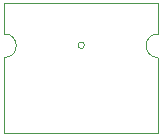
<source format=gbr>
%TF.GenerationSoftware,KiCad,Pcbnew,6.0.4-6f826c9f35~116~ubuntu18.04.1*%
%TF.CreationDate,2022-05-30T12:28:13+02:00*%
%TF.ProjectId,Micro_43432,4d696372-6f5f-4343-9334-33322e6b6963,rev?*%
%TF.SameCoordinates,Original*%
%TF.FileFunction,Profile,NP*%
%FSLAX46Y46*%
G04 Gerber Fmt 4.6, Leading zero omitted, Abs format (unit mm)*
G04 Created by KiCad (PCBNEW 6.0.4-6f826c9f35~116~ubuntu18.04.1) date 2022-05-30 12:28:13*
%MOMM*%
%LPD*%
G01*
G04 APERTURE LIST*
%TA.AperFunction,Profile*%
%ADD10C,0.100000*%
%TD*%
G04 APERTURE END LIST*
D10*
X141000000Y-70100000D02*
X141000000Y-76500000D01*
X128000000Y-70100000D02*
X128000000Y-76500000D01*
X141000000Y-68100000D02*
G75*
G03*
X141000000Y-70100000I0J-1000000D01*
G01*
X128000000Y-70100000D02*
G75*
G03*
X128000000Y-68100000I0J1000000D01*
G01*
X141000000Y-68100000D02*
X141000000Y-65500000D01*
X128000000Y-76500000D02*
X141000000Y-76500000D01*
X141000000Y-65500000D02*
X128000000Y-65500000D01*
X128000000Y-68100000D02*
X128000000Y-65500000D01*
%TO.C,K1*%
X134775000Y-69062500D02*
G75*
G03*
X134775000Y-69062500I-275000J0D01*
G01*
%TD*%
M02*

</source>
